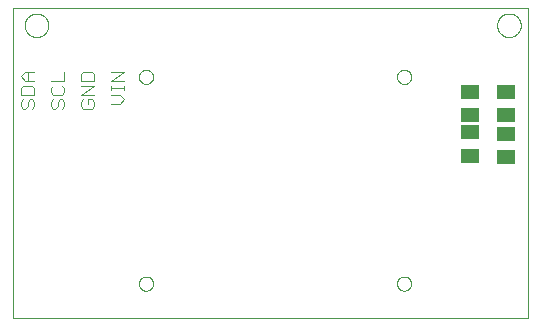
<source format=gtp>
G75*
%MOIN*%
%OFA0B0*%
%FSLAX25Y25*%
%IPPOS*%
%LPD*%
%AMOC8*
5,1,8,0,0,1.08239X$1,22.5*
%
%ADD10C,0.00000*%
%ADD11C,0.00400*%
%ADD12R,0.05906X0.05118*%
D10*
X0003246Y0001374D02*
X0175057Y0001374D01*
X0175057Y0104917D01*
X0003246Y0104917D01*
X0003246Y0001374D01*
X0045246Y0012917D02*
X0045248Y0013014D01*
X0045254Y0013111D01*
X0045264Y0013207D01*
X0045278Y0013303D01*
X0045296Y0013399D01*
X0045317Y0013493D01*
X0045343Y0013587D01*
X0045372Y0013679D01*
X0045406Y0013770D01*
X0045442Y0013860D01*
X0045483Y0013948D01*
X0045527Y0014034D01*
X0045575Y0014119D01*
X0045626Y0014201D01*
X0045680Y0014282D01*
X0045738Y0014360D01*
X0045799Y0014435D01*
X0045862Y0014508D01*
X0045929Y0014579D01*
X0045999Y0014646D01*
X0046071Y0014711D01*
X0046146Y0014772D01*
X0046224Y0014831D01*
X0046303Y0014886D01*
X0046385Y0014938D01*
X0046469Y0014986D01*
X0046555Y0015031D01*
X0046643Y0015073D01*
X0046732Y0015111D01*
X0046823Y0015145D01*
X0046915Y0015175D01*
X0047008Y0015202D01*
X0047103Y0015224D01*
X0047198Y0015243D01*
X0047294Y0015258D01*
X0047390Y0015269D01*
X0047487Y0015276D01*
X0047584Y0015279D01*
X0047681Y0015278D01*
X0047778Y0015273D01*
X0047874Y0015264D01*
X0047970Y0015251D01*
X0048066Y0015234D01*
X0048161Y0015213D01*
X0048254Y0015189D01*
X0048347Y0015160D01*
X0048439Y0015128D01*
X0048529Y0015092D01*
X0048617Y0015053D01*
X0048704Y0015009D01*
X0048789Y0014963D01*
X0048872Y0014912D01*
X0048953Y0014859D01*
X0049031Y0014802D01*
X0049108Y0014742D01*
X0049181Y0014679D01*
X0049252Y0014613D01*
X0049320Y0014544D01*
X0049386Y0014472D01*
X0049448Y0014398D01*
X0049507Y0014321D01*
X0049563Y0014242D01*
X0049616Y0014160D01*
X0049666Y0014077D01*
X0049711Y0013991D01*
X0049754Y0013904D01*
X0049793Y0013815D01*
X0049828Y0013725D01*
X0049859Y0013633D01*
X0049886Y0013540D01*
X0049910Y0013446D01*
X0049930Y0013351D01*
X0049946Y0013255D01*
X0049958Y0013159D01*
X0049966Y0013062D01*
X0049970Y0012965D01*
X0049970Y0012869D01*
X0049966Y0012772D01*
X0049958Y0012675D01*
X0049946Y0012579D01*
X0049930Y0012483D01*
X0049910Y0012388D01*
X0049886Y0012294D01*
X0049859Y0012201D01*
X0049828Y0012109D01*
X0049793Y0012019D01*
X0049754Y0011930D01*
X0049711Y0011843D01*
X0049666Y0011757D01*
X0049616Y0011674D01*
X0049563Y0011592D01*
X0049507Y0011513D01*
X0049448Y0011436D01*
X0049386Y0011362D01*
X0049320Y0011290D01*
X0049252Y0011221D01*
X0049181Y0011155D01*
X0049108Y0011092D01*
X0049031Y0011032D01*
X0048953Y0010975D01*
X0048872Y0010922D01*
X0048789Y0010871D01*
X0048704Y0010825D01*
X0048617Y0010781D01*
X0048529Y0010742D01*
X0048439Y0010706D01*
X0048347Y0010674D01*
X0048254Y0010645D01*
X0048161Y0010621D01*
X0048066Y0010600D01*
X0047970Y0010583D01*
X0047874Y0010570D01*
X0047778Y0010561D01*
X0047681Y0010556D01*
X0047584Y0010555D01*
X0047487Y0010558D01*
X0047390Y0010565D01*
X0047294Y0010576D01*
X0047198Y0010591D01*
X0047103Y0010610D01*
X0047008Y0010632D01*
X0046915Y0010659D01*
X0046823Y0010689D01*
X0046732Y0010723D01*
X0046643Y0010761D01*
X0046555Y0010803D01*
X0046469Y0010848D01*
X0046385Y0010896D01*
X0046303Y0010948D01*
X0046224Y0011003D01*
X0046146Y0011062D01*
X0046071Y0011123D01*
X0045999Y0011188D01*
X0045929Y0011255D01*
X0045862Y0011326D01*
X0045799Y0011399D01*
X0045738Y0011474D01*
X0045680Y0011552D01*
X0045626Y0011633D01*
X0045575Y0011715D01*
X0045527Y0011800D01*
X0045483Y0011886D01*
X0045442Y0011974D01*
X0045406Y0012064D01*
X0045372Y0012155D01*
X0045343Y0012247D01*
X0045317Y0012341D01*
X0045296Y0012435D01*
X0045278Y0012531D01*
X0045264Y0012627D01*
X0045254Y0012723D01*
X0045248Y0012820D01*
X0045246Y0012917D01*
X0131270Y0012917D02*
X0131272Y0013014D01*
X0131278Y0013111D01*
X0131288Y0013207D01*
X0131302Y0013303D01*
X0131320Y0013399D01*
X0131341Y0013493D01*
X0131367Y0013587D01*
X0131396Y0013679D01*
X0131430Y0013770D01*
X0131466Y0013860D01*
X0131507Y0013948D01*
X0131551Y0014034D01*
X0131599Y0014119D01*
X0131650Y0014201D01*
X0131704Y0014282D01*
X0131762Y0014360D01*
X0131823Y0014435D01*
X0131886Y0014508D01*
X0131953Y0014579D01*
X0132023Y0014646D01*
X0132095Y0014711D01*
X0132170Y0014772D01*
X0132248Y0014831D01*
X0132327Y0014886D01*
X0132409Y0014938D01*
X0132493Y0014986D01*
X0132579Y0015031D01*
X0132667Y0015073D01*
X0132756Y0015111D01*
X0132847Y0015145D01*
X0132939Y0015175D01*
X0133032Y0015202D01*
X0133127Y0015224D01*
X0133222Y0015243D01*
X0133318Y0015258D01*
X0133414Y0015269D01*
X0133511Y0015276D01*
X0133608Y0015279D01*
X0133705Y0015278D01*
X0133802Y0015273D01*
X0133898Y0015264D01*
X0133994Y0015251D01*
X0134090Y0015234D01*
X0134185Y0015213D01*
X0134278Y0015189D01*
X0134371Y0015160D01*
X0134463Y0015128D01*
X0134553Y0015092D01*
X0134641Y0015053D01*
X0134728Y0015009D01*
X0134813Y0014963D01*
X0134896Y0014912D01*
X0134977Y0014859D01*
X0135055Y0014802D01*
X0135132Y0014742D01*
X0135205Y0014679D01*
X0135276Y0014613D01*
X0135344Y0014544D01*
X0135410Y0014472D01*
X0135472Y0014398D01*
X0135531Y0014321D01*
X0135587Y0014242D01*
X0135640Y0014160D01*
X0135690Y0014077D01*
X0135735Y0013991D01*
X0135778Y0013904D01*
X0135817Y0013815D01*
X0135852Y0013725D01*
X0135883Y0013633D01*
X0135910Y0013540D01*
X0135934Y0013446D01*
X0135954Y0013351D01*
X0135970Y0013255D01*
X0135982Y0013159D01*
X0135990Y0013062D01*
X0135994Y0012965D01*
X0135994Y0012869D01*
X0135990Y0012772D01*
X0135982Y0012675D01*
X0135970Y0012579D01*
X0135954Y0012483D01*
X0135934Y0012388D01*
X0135910Y0012294D01*
X0135883Y0012201D01*
X0135852Y0012109D01*
X0135817Y0012019D01*
X0135778Y0011930D01*
X0135735Y0011843D01*
X0135690Y0011757D01*
X0135640Y0011674D01*
X0135587Y0011592D01*
X0135531Y0011513D01*
X0135472Y0011436D01*
X0135410Y0011362D01*
X0135344Y0011290D01*
X0135276Y0011221D01*
X0135205Y0011155D01*
X0135132Y0011092D01*
X0135055Y0011032D01*
X0134977Y0010975D01*
X0134896Y0010922D01*
X0134813Y0010871D01*
X0134728Y0010825D01*
X0134641Y0010781D01*
X0134553Y0010742D01*
X0134463Y0010706D01*
X0134371Y0010674D01*
X0134278Y0010645D01*
X0134185Y0010621D01*
X0134090Y0010600D01*
X0133994Y0010583D01*
X0133898Y0010570D01*
X0133802Y0010561D01*
X0133705Y0010556D01*
X0133608Y0010555D01*
X0133511Y0010558D01*
X0133414Y0010565D01*
X0133318Y0010576D01*
X0133222Y0010591D01*
X0133127Y0010610D01*
X0133032Y0010632D01*
X0132939Y0010659D01*
X0132847Y0010689D01*
X0132756Y0010723D01*
X0132667Y0010761D01*
X0132579Y0010803D01*
X0132493Y0010848D01*
X0132409Y0010896D01*
X0132327Y0010948D01*
X0132248Y0011003D01*
X0132170Y0011062D01*
X0132095Y0011123D01*
X0132023Y0011188D01*
X0131953Y0011255D01*
X0131886Y0011326D01*
X0131823Y0011399D01*
X0131762Y0011474D01*
X0131704Y0011552D01*
X0131650Y0011633D01*
X0131599Y0011715D01*
X0131551Y0011800D01*
X0131507Y0011886D01*
X0131466Y0011974D01*
X0131430Y0012064D01*
X0131396Y0012155D01*
X0131367Y0012247D01*
X0131341Y0012341D01*
X0131320Y0012435D01*
X0131302Y0012531D01*
X0131288Y0012627D01*
X0131278Y0012723D01*
X0131272Y0012820D01*
X0131270Y0012917D01*
X0131270Y0081815D02*
X0131272Y0081912D01*
X0131278Y0082009D01*
X0131288Y0082105D01*
X0131302Y0082201D01*
X0131320Y0082297D01*
X0131341Y0082391D01*
X0131367Y0082485D01*
X0131396Y0082577D01*
X0131430Y0082668D01*
X0131466Y0082758D01*
X0131507Y0082846D01*
X0131551Y0082932D01*
X0131599Y0083017D01*
X0131650Y0083099D01*
X0131704Y0083180D01*
X0131762Y0083258D01*
X0131823Y0083333D01*
X0131886Y0083406D01*
X0131953Y0083477D01*
X0132023Y0083544D01*
X0132095Y0083609D01*
X0132170Y0083670D01*
X0132248Y0083729D01*
X0132327Y0083784D01*
X0132409Y0083836D01*
X0132493Y0083884D01*
X0132579Y0083929D01*
X0132667Y0083971D01*
X0132756Y0084009D01*
X0132847Y0084043D01*
X0132939Y0084073D01*
X0133032Y0084100D01*
X0133127Y0084122D01*
X0133222Y0084141D01*
X0133318Y0084156D01*
X0133414Y0084167D01*
X0133511Y0084174D01*
X0133608Y0084177D01*
X0133705Y0084176D01*
X0133802Y0084171D01*
X0133898Y0084162D01*
X0133994Y0084149D01*
X0134090Y0084132D01*
X0134185Y0084111D01*
X0134278Y0084087D01*
X0134371Y0084058D01*
X0134463Y0084026D01*
X0134553Y0083990D01*
X0134641Y0083951D01*
X0134728Y0083907D01*
X0134813Y0083861D01*
X0134896Y0083810D01*
X0134977Y0083757D01*
X0135055Y0083700D01*
X0135132Y0083640D01*
X0135205Y0083577D01*
X0135276Y0083511D01*
X0135344Y0083442D01*
X0135410Y0083370D01*
X0135472Y0083296D01*
X0135531Y0083219D01*
X0135587Y0083140D01*
X0135640Y0083058D01*
X0135690Y0082975D01*
X0135735Y0082889D01*
X0135778Y0082802D01*
X0135817Y0082713D01*
X0135852Y0082623D01*
X0135883Y0082531D01*
X0135910Y0082438D01*
X0135934Y0082344D01*
X0135954Y0082249D01*
X0135970Y0082153D01*
X0135982Y0082057D01*
X0135990Y0081960D01*
X0135994Y0081863D01*
X0135994Y0081767D01*
X0135990Y0081670D01*
X0135982Y0081573D01*
X0135970Y0081477D01*
X0135954Y0081381D01*
X0135934Y0081286D01*
X0135910Y0081192D01*
X0135883Y0081099D01*
X0135852Y0081007D01*
X0135817Y0080917D01*
X0135778Y0080828D01*
X0135735Y0080741D01*
X0135690Y0080655D01*
X0135640Y0080572D01*
X0135587Y0080490D01*
X0135531Y0080411D01*
X0135472Y0080334D01*
X0135410Y0080260D01*
X0135344Y0080188D01*
X0135276Y0080119D01*
X0135205Y0080053D01*
X0135132Y0079990D01*
X0135055Y0079930D01*
X0134977Y0079873D01*
X0134896Y0079820D01*
X0134813Y0079769D01*
X0134728Y0079723D01*
X0134641Y0079679D01*
X0134553Y0079640D01*
X0134463Y0079604D01*
X0134371Y0079572D01*
X0134278Y0079543D01*
X0134185Y0079519D01*
X0134090Y0079498D01*
X0133994Y0079481D01*
X0133898Y0079468D01*
X0133802Y0079459D01*
X0133705Y0079454D01*
X0133608Y0079453D01*
X0133511Y0079456D01*
X0133414Y0079463D01*
X0133318Y0079474D01*
X0133222Y0079489D01*
X0133127Y0079508D01*
X0133032Y0079530D01*
X0132939Y0079557D01*
X0132847Y0079587D01*
X0132756Y0079621D01*
X0132667Y0079659D01*
X0132579Y0079701D01*
X0132493Y0079746D01*
X0132409Y0079794D01*
X0132327Y0079846D01*
X0132248Y0079901D01*
X0132170Y0079960D01*
X0132095Y0080021D01*
X0132023Y0080086D01*
X0131953Y0080153D01*
X0131886Y0080224D01*
X0131823Y0080297D01*
X0131762Y0080372D01*
X0131704Y0080450D01*
X0131650Y0080531D01*
X0131599Y0080613D01*
X0131551Y0080698D01*
X0131507Y0080784D01*
X0131466Y0080872D01*
X0131430Y0080962D01*
X0131396Y0081053D01*
X0131367Y0081145D01*
X0131341Y0081239D01*
X0131320Y0081333D01*
X0131302Y0081429D01*
X0131288Y0081525D01*
X0131278Y0081621D01*
X0131272Y0081718D01*
X0131270Y0081815D01*
X0164663Y0099012D02*
X0164665Y0099137D01*
X0164671Y0099262D01*
X0164681Y0099386D01*
X0164695Y0099510D01*
X0164712Y0099634D01*
X0164734Y0099757D01*
X0164760Y0099879D01*
X0164789Y0100001D01*
X0164822Y0100121D01*
X0164860Y0100240D01*
X0164900Y0100359D01*
X0164945Y0100475D01*
X0164993Y0100590D01*
X0165045Y0100704D01*
X0165101Y0100816D01*
X0165160Y0100926D01*
X0165222Y0101034D01*
X0165288Y0101141D01*
X0165357Y0101245D01*
X0165430Y0101346D01*
X0165505Y0101446D01*
X0165584Y0101543D01*
X0165666Y0101637D01*
X0165751Y0101729D01*
X0165838Y0101818D01*
X0165929Y0101904D01*
X0166022Y0101987D01*
X0166118Y0102068D01*
X0166216Y0102145D01*
X0166316Y0102219D01*
X0166419Y0102290D01*
X0166524Y0102357D01*
X0166632Y0102422D01*
X0166741Y0102482D01*
X0166852Y0102540D01*
X0166965Y0102593D01*
X0167079Y0102643D01*
X0167195Y0102690D01*
X0167312Y0102732D01*
X0167431Y0102771D01*
X0167551Y0102807D01*
X0167672Y0102838D01*
X0167794Y0102866D01*
X0167916Y0102889D01*
X0168040Y0102909D01*
X0168164Y0102925D01*
X0168288Y0102937D01*
X0168413Y0102945D01*
X0168538Y0102949D01*
X0168662Y0102949D01*
X0168787Y0102945D01*
X0168912Y0102937D01*
X0169036Y0102925D01*
X0169160Y0102909D01*
X0169284Y0102889D01*
X0169406Y0102866D01*
X0169528Y0102838D01*
X0169649Y0102807D01*
X0169769Y0102771D01*
X0169888Y0102732D01*
X0170005Y0102690D01*
X0170121Y0102643D01*
X0170235Y0102593D01*
X0170348Y0102540D01*
X0170459Y0102482D01*
X0170569Y0102422D01*
X0170676Y0102357D01*
X0170781Y0102290D01*
X0170884Y0102219D01*
X0170984Y0102145D01*
X0171082Y0102068D01*
X0171178Y0101987D01*
X0171271Y0101904D01*
X0171362Y0101818D01*
X0171449Y0101729D01*
X0171534Y0101637D01*
X0171616Y0101543D01*
X0171695Y0101446D01*
X0171770Y0101346D01*
X0171843Y0101245D01*
X0171912Y0101141D01*
X0171978Y0101034D01*
X0172040Y0100926D01*
X0172099Y0100816D01*
X0172155Y0100704D01*
X0172207Y0100590D01*
X0172255Y0100475D01*
X0172300Y0100359D01*
X0172340Y0100240D01*
X0172378Y0100121D01*
X0172411Y0100001D01*
X0172440Y0099879D01*
X0172466Y0099757D01*
X0172488Y0099634D01*
X0172505Y0099510D01*
X0172519Y0099386D01*
X0172529Y0099262D01*
X0172535Y0099137D01*
X0172537Y0099012D01*
X0172535Y0098887D01*
X0172529Y0098762D01*
X0172519Y0098638D01*
X0172505Y0098514D01*
X0172488Y0098390D01*
X0172466Y0098267D01*
X0172440Y0098145D01*
X0172411Y0098023D01*
X0172378Y0097903D01*
X0172340Y0097784D01*
X0172300Y0097665D01*
X0172255Y0097549D01*
X0172207Y0097434D01*
X0172155Y0097320D01*
X0172099Y0097208D01*
X0172040Y0097098D01*
X0171978Y0096990D01*
X0171912Y0096883D01*
X0171843Y0096779D01*
X0171770Y0096678D01*
X0171695Y0096578D01*
X0171616Y0096481D01*
X0171534Y0096387D01*
X0171449Y0096295D01*
X0171362Y0096206D01*
X0171271Y0096120D01*
X0171178Y0096037D01*
X0171082Y0095956D01*
X0170984Y0095879D01*
X0170884Y0095805D01*
X0170781Y0095734D01*
X0170676Y0095667D01*
X0170568Y0095602D01*
X0170459Y0095542D01*
X0170348Y0095484D01*
X0170235Y0095431D01*
X0170121Y0095381D01*
X0170005Y0095334D01*
X0169888Y0095292D01*
X0169769Y0095253D01*
X0169649Y0095217D01*
X0169528Y0095186D01*
X0169406Y0095158D01*
X0169284Y0095135D01*
X0169160Y0095115D01*
X0169036Y0095099D01*
X0168912Y0095087D01*
X0168787Y0095079D01*
X0168662Y0095075D01*
X0168538Y0095075D01*
X0168413Y0095079D01*
X0168288Y0095087D01*
X0168164Y0095099D01*
X0168040Y0095115D01*
X0167916Y0095135D01*
X0167794Y0095158D01*
X0167672Y0095186D01*
X0167551Y0095217D01*
X0167431Y0095253D01*
X0167312Y0095292D01*
X0167195Y0095334D01*
X0167079Y0095381D01*
X0166965Y0095431D01*
X0166852Y0095484D01*
X0166741Y0095542D01*
X0166631Y0095602D01*
X0166524Y0095667D01*
X0166419Y0095734D01*
X0166316Y0095805D01*
X0166216Y0095879D01*
X0166118Y0095956D01*
X0166022Y0096037D01*
X0165929Y0096120D01*
X0165838Y0096206D01*
X0165751Y0096295D01*
X0165666Y0096387D01*
X0165584Y0096481D01*
X0165505Y0096578D01*
X0165430Y0096678D01*
X0165357Y0096779D01*
X0165288Y0096883D01*
X0165222Y0096990D01*
X0165160Y0097098D01*
X0165101Y0097208D01*
X0165045Y0097320D01*
X0164993Y0097434D01*
X0164945Y0097549D01*
X0164900Y0097665D01*
X0164860Y0097784D01*
X0164822Y0097903D01*
X0164789Y0098023D01*
X0164760Y0098145D01*
X0164734Y0098267D01*
X0164712Y0098390D01*
X0164695Y0098514D01*
X0164681Y0098638D01*
X0164671Y0098762D01*
X0164665Y0098887D01*
X0164663Y0099012D01*
X0045246Y0081815D02*
X0045248Y0081912D01*
X0045254Y0082009D01*
X0045264Y0082105D01*
X0045278Y0082201D01*
X0045296Y0082297D01*
X0045317Y0082391D01*
X0045343Y0082485D01*
X0045372Y0082577D01*
X0045406Y0082668D01*
X0045442Y0082758D01*
X0045483Y0082846D01*
X0045527Y0082932D01*
X0045575Y0083017D01*
X0045626Y0083099D01*
X0045680Y0083180D01*
X0045738Y0083258D01*
X0045799Y0083333D01*
X0045862Y0083406D01*
X0045929Y0083477D01*
X0045999Y0083544D01*
X0046071Y0083609D01*
X0046146Y0083670D01*
X0046224Y0083729D01*
X0046303Y0083784D01*
X0046385Y0083836D01*
X0046469Y0083884D01*
X0046555Y0083929D01*
X0046643Y0083971D01*
X0046732Y0084009D01*
X0046823Y0084043D01*
X0046915Y0084073D01*
X0047008Y0084100D01*
X0047103Y0084122D01*
X0047198Y0084141D01*
X0047294Y0084156D01*
X0047390Y0084167D01*
X0047487Y0084174D01*
X0047584Y0084177D01*
X0047681Y0084176D01*
X0047778Y0084171D01*
X0047874Y0084162D01*
X0047970Y0084149D01*
X0048066Y0084132D01*
X0048161Y0084111D01*
X0048254Y0084087D01*
X0048347Y0084058D01*
X0048439Y0084026D01*
X0048529Y0083990D01*
X0048617Y0083951D01*
X0048704Y0083907D01*
X0048789Y0083861D01*
X0048872Y0083810D01*
X0048953Y0083757D01*
X0049031Y0083700D01*
X0049108Y0083640D01*
X0049181Y0083577D01*
X0049252Y0083511D01*
X0049320Y0083442D01*
X0049386Y0083370D01*
X0049448Y0083296D01*
X0049507Y0083219D01*
X0049563Y0083140D01*
X0049616Y0083058D01*
X0049666Y0082975D01*
X0049711Y0082889D01*
X0049754Y0082802D01*
X0049793Y0082713D01*
X0049828Y0082623D01*
X0049859Y0082531D01*
X0049886Y0082438D01*
X0049910Y0082344D01*
X0049930Y0082249D01*
X0049946Y0082153D01*
X0049958Y0082057D01*
X0049966Y0081960D01*
X0049970Y0081863D01*
X0049970Y0081767D01*
X0049966Y0081670D01*
X0049958Y0081573D01*
X0049946Y0081477D01*
X0049930Y0081381D01*
X0049910Y0081286D01*
X0049886Y0081192D01*
X0049859Y0081099D01*
X0049828Y0081007D01*
X0049793Y0080917D01*
X0049754Y0080828D01*
X0049711Y0080741D01*
X0049666Y0080655D01*
X0049616Y0080572D01*
X0049563Y0080490D01*
X0049507Y0080411D01*
X0049448Y0080334D01*
X0049386Y0080260D01*
X0049320Y0080188D01*
X0049252Y0080119D01*
X0049181Y0080053D01*
X0049108Y0079990D01*
X0049031Y0079930D01*
X0048953Y0079873D01*
X0048872Y0079820D01*
X0048789Y0079769D01*
X0048704Y0079723D01*
X0048617Y0079679D01*
X0048529Y0079640D01*
X0048439Y0079604D01*
X0048347Y0079572D01*
X0048254Y0079543D01*
X0048161Y0079519D01*
X0048066Y0079498D01*
X0047970Y0079481D01*
X0047874Y0079468D01*
X0047778Y0079459D01*
X0047681Y0079454D01*
X0047584Y0079453D01*
X0047487Y0079456D01*
X0047390Y0079463D01*
X0047294Y0079474D01*
X0047198Y0079489D01*
X0047103Y0079508D01*
X0047008Y0079530D01*
X0046915Y0079557D01*
X0046823Y0079587D01*
X0046732Y0079621D01*
X0046643Y0079659D01*
X0046555Y0079701D01*
X0046469Y0079746D01*
X0046385Y0079794D01*
X0046303Y0079846D01*
X0046224Y0079901D01*
X0046146Y0079960D01*
X0046071Y0080021D01*
X0045999Y0080086D01*
X0045929Y0080153D01*
X0045862Y0080224D01*
X0045799Y0080297D01*
X0045738Y0080372D01*
X0045680Y0080450D01*
X0045626Y0080531D01*
X0045575Y0080613D01*
X0045527Y0080698D01*
X0045483Y0080784D01*
X0045442Y0080872D01*
X0045406Y0080962D01*
X0045372Y0081053D01*
X0045343Y0081145D01*
X0045317Y0081239D01*
X0045296Y0081333D01*
X0045278Y0081429D01*
X0045264Y0081525D01*
X0045254Y0081621D01*
X0045248Y0081718D01*
X0045246Y0081815D01*
X0007183Y0099012D02*
X0007185Y0099137D01*
X0007191Y0099262D01*
X0007201Y0099386D01*
X0007215Y0099510D01*
X0007232Y0099634D01*
X0007254Y0099757D01*
X0007280Y0099879D01*
X0007309Y0100001D01*
X0007342Y0100121D01*
X0007380Y0100240D01*
X0007420Y0100359D01*
X0007465Y0100475D01*
X0007513Y0100590D01*
X0007565Y0100704D01*
X0007621Y0100816D01*
X0007680Y0100926D01*
X0007742Y0101034D01*
X0007808Y0101141D01*
X0007877Y0101245D01*
X0007950Y0101346D01*
X0008025Y0101446D01*
X0008104Y0101543D01*
X0008186Y0101637D01*
X0008271Y0101729D01*
X0008358Y0101818D01*
X0008449Y0101904D01*
X0008542Y0101987D01*
X0008638Y0102068D01*
X0008736Y0102145D01*
X0008836Y0102219D01*
X0008939Y0102290D01*
X0009044Y0102357D01*
X0009152Y0102422D01*
X0009261Y0102482D01*
X0009372Y0102540D01*
X0009485Y0102593D01*
X0009599Y0102643D01*
X0009715Y0102690D01*
X0009832Y0102732D01*
X0009951Y0102771D01*
X0010071Y0102807D01*
X0010192Y0102838D01*
X0010314Y0102866D01*
X0010436Y0102889D01*
X0010560Y0102909D01*
X0010684Y0102925D01*
X0010808Y0102937D01*
X0010933Y0102945D01*
X0011058Y0102949D01*
X0011182Y0102949D01*
X0011307Y0102945D01*
X0011432Y0102937D01*
X0011556Y0102925D01*
X0011680Y0102909D01*
X0011804Y0102889D01*
X0011926Y0102866D01*
X0012048Y0102838D01*
X0012169Y0102807D01*
X0012289Y0102771D01*
X0012408Y0102732D01*
X0012525Y0102690D01*
X0012641Y0102643D01*
X0012755Y0102593D01*
X0012868Y0102540D01*
X0012979Y0102482D01*
X0013089Y0102422D01*
X0013196Y0102357D01*
X0013301Y0102290D01*
X0013404Y0102219D01*
X0013504Y0102145D01*
X0013602Y0102068D01*
X0013698Y0101987D01*
X0013791Y0101904D01*
X0013882Y0101818D01*
X0013969Y0101729D01*
X0014054Y0101637D01*
X0014136Y0101543D01*
X0014215Y0101446D01*
X0014290Y0101346D01*
X0014363Y0101245D01*
X0014432Y0101141D01*
X0014498Y0101034D01*
X0014560Y0100926D01*
X0014619Y0100816D01*
X0014675Y0100704D01*
X0014727Y0100590D01*
X0014775Y0100475D01*
X0014820Y0100359D01*
X0014860Y0100240D01*
X0014898Y0100121D01*
X0014931Y0100001D01*
X0014960Y0099879D01*
X0014986Y0099757D01*
X0015008Y0099634D01*
X0015025Y0099510D01*
X0015039Y0099386D01*
X0015049Y0099262D01*
X0015055Y0099137D01*
X0015057Y0099012D01*
X0015055Y0098887D01*
X0015049Y0098762D01*
X0015039Y0098638D01*
X0015025Y0098514D01*
X0015008Y0098390D01*
X0014986Y0098267D01*
X0014960Y0098145D01*
X0014931Y0098023D01*
X0014898Y0097903D01*
X0014860Y0097784D01*
X0014820Y0097665D01*
X0014775Y0097549D01*
X0014727Y0097434D01*
X0014675Y0097320D01*
X0014619Y0097208D01*
X0014560Y0097098D01*
X0014498Y0096990D01*
X0014432Y0096883D01*
X0014363Y0096779D01*
X0014290Y0096678D01*
X0014215Y0096578D01*
X0014136Y0096481D01*
X0014054Y0096387D01*
X0013969Y0096295D01*
X0013882Y0096206D01*
X0013791Y0096120D01*
X0013698Y0096037D01*
X0013602Y0095956D01*
X0013504Y0095879D01*
X0013404Y0095805D01*
X0013301Y0095734D01*
X0013196Y0095667D01*
X0013088Y0095602D01*
X0012979Y0095542D01*
X0012868Y0095484D01*
X0012755Y0095431D01*
X0012641Y0095381D01*
X0012525Y0095334D01*
X0012408Y0095292D01*
X0012289Y0095253D01*
X0012169Y0095217D01*
X0012048Y0095186D01*
X0011926Y0095158D01*
X0011804Y0095135D01*
X0011680Y0095115D01*
X0011556Y0095099D01*
X0011432Y0095087D01*
X0011307Y0095079D01*
X0011182Y0095075D01*
X0011058Y0095075D01*
X0010933Y0095079D01*
X0010808Y0095087D01*
X0010684Y0095099D01*
X0010560Y0095115D01*
X0010436Y0095135D01*
X0010314Y0095158D01*
X0010192Y0095186D01*
X0010071Y0095217D01*
X0009951Y0095253D01*
X0009832Y0095292D01*
X0009715Y0095334D01*
X0009599Y0095381D01*
X0009485Y0095431D01*
X0009372Y0095484D01*
X0009261Y0095542D01*
X0009151Y0095602D01*
X0009044Y0095667D01*
X0008939Y0095734D01*
X0008836Y0095805D01*
X0008736Y0095879D01*
X0008638Y0095956D01*
X0008542Y0096037D01*
X0008449Y0096120D01*
X0008358Y0096206D01*
X0008271Y0096295D01*
X0008186Y0096387D01*
X0008104Y0096481D01*
X0008025Y0096578D01*
X0007950Y0096678D01*
X0007877Y0096779D01*
X0007808Y0096883D01*
X0007742Y0096990D01*
X0007680Y0097098D01*
X0007621Y0097208D01*
X0007565Y0097320D01*
X0007513Y0097434D01*
X0007465Y0097549D01*
X0007420Y0097665D01*
X0007380Y0097784D01*
X0007342Y0097903D01*
X0007309Y0098023D01*
X0007280Y0098145D01*
X0007254Y0098267D01*
X0007232Y0098390D01*
X0007215Y0098514D01*
X0007201Y0098638D01*
X0007191Y0098762D01*
X0007185Y0098887D01*
X0007183Y0099012D01*
D11*
X0007370Y0083531D02*
X0010440Y0083531D01*
X0008138Y0083531D02*
X0008138Y0080462D01*
X0007370Y0080462D02*
X0005836Y0081997D01*
X0007370Y0083531D01*
X0007370Y0080462D02*
X0010440Y0080462D01*
X0009672Y0078928D02*
X0006603Y0078928D01*
X0005836Y0078160D01*
X0005836Y0075858D01*
X0010440Y0075858D01*
X0010440Y0078160D01*
X0009672Y0078928D01*
X0015836Y0078160D02*
X0015836Y0076626D01*
X0016603Y0075858D01*
X0019672Y0075858D01*
X0020440Y0076626D01*
X0020440Y0078160D01*
X0019672Y0078928D01*
X0020440Y0080462D02*
X0020440Y0083531D01*
X0020440Y0080462D02*
X0015836Y0080462D01*
X0016603Y0078928D02*
X0015836Y0078160D01*
X0016603Y0074324D02*
X0015836Y0073556D01*
X0015836Y0072022D01*
X0016603Y0071254D01*
X0017370Y0071254D01*
X0018138Y0072022D01*
X0018138Y0073556D01*
X0018905Y0074324D01*
X0019672Y0074324D01*
X0020440Y0073556D01*
X0020440Y0072022D01*
X0019672Y0071254D01*
X0025836Y0072022D02*
X0026603Y0071254D01*
X0029672Y0071254D01*
X0030440Y0072022D01*
X0030440Y0073556D01*
X0029672Y0074324D01*
X0028138Y0074324D01*
X0028138Y0072789D01*
X0026603Y0074324D02*
X0025836Y0073556D01*
X0025836Y0072022D01*
X0025836Y0075858D02*
X0030440Y0078928D01*
X0025836Y0078928D01*
X0025836Y0080462D02*
X0025836Y0082764D01*
X0026603Y0083531D01*
X0029672Y0083531D01*
X0030440Y0082764D01*
X0030440Y0080462D01*
X0025836Y0080462D01*
X0025836Y0075858D02*
X0030440Y0075858D01*
X0035836Y0075858D02*
X0038905Y0075858D01*
X0040440Y0074324D01*
X0038905Y0072789D01*
X0035836Y0072789D01*
X0038905Y0072789D01*
X0040440Y0074324D01*
X0038905Y0075858D01*
X0035836Y0075858D01*
X0035836Y0077393D02*
X0035836Y0078928D01*
X0035836Y0077393D01*
X0035836Y0078160D02*
X0040440Y0078160D01*
X0035836Y0078160D01*
X0035836Y0080462D02*
X0040440Y0083531D01*
X0035836Y0083531D01*
X0040440Y0083531D01*
X0035836Y0080462D01*
X0040440Y0080462D01*
X0035836Y0080462D01*
X0040440Y0078928D02*
X0040440Y0077393D01*
X0040440Y0078928D01*
X0010440Y0073556D02*
X0010440Y0072022D01*
X0009672Y0071254D01*
X0008138Y0072022D02*
X0008138Y0073556D01*
X0008905Y0074324D01*
X0009672Y0074324D01*
X0010440Y0073556D01*
X0008138Y0072022D02*
X0007370Y0071254D01*
X0006603Y0071254D01*
X0005836Y0072022D01*
X0005836Y0073556D01*
X0006603Y0074324D01*
D12*
X0155557Y0076929D03*
X0167557Y0076929D03*
X0167557Y0069055D03*
X0167557Y0062929D03*
X0155557Y0063429D03*
X0155557Y0069055D03*
X0155557Y0055555D03*
X0167557Y0055055D03*
M02*

</source>
